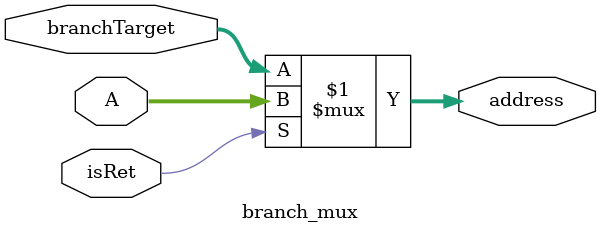
<source format=v>
module branch_mux(
    input [31:0] branchTarget,
    input [31:0] A,
    input isRet,
    output [31:0] address
);

    assign address = (isRet)? A : branchTarget ;

endmodule

</source>
